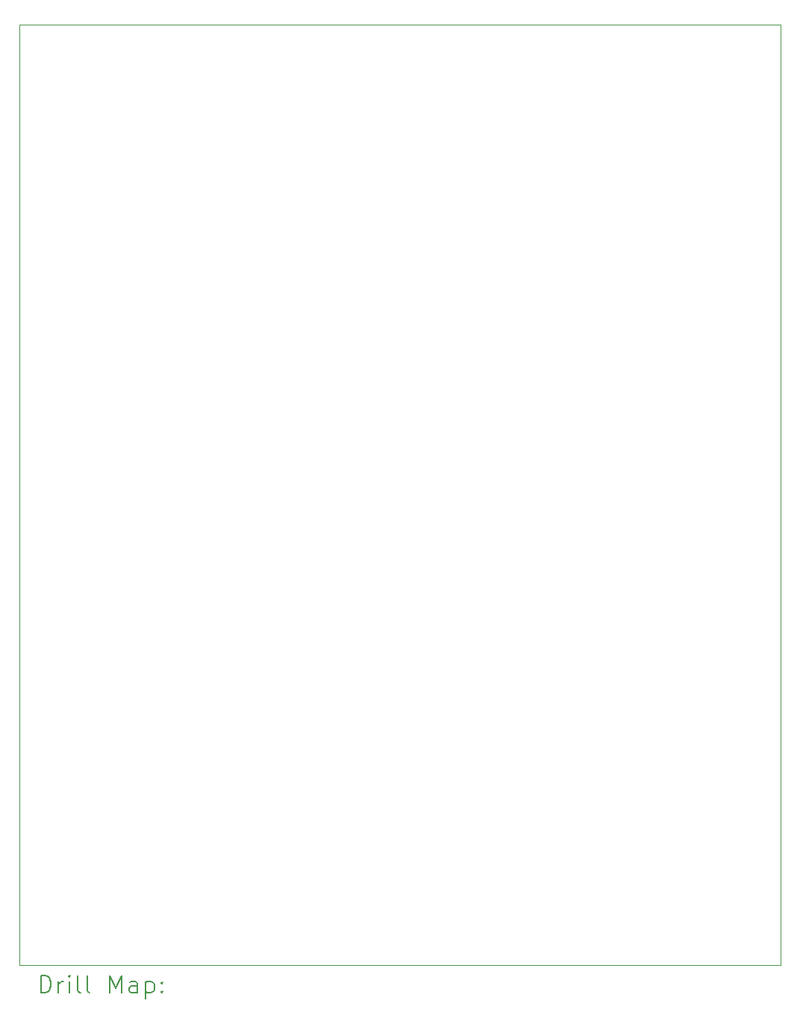
<source format=gbr>
%TF.GenerationSoftware,KiCad,Pcbnew,7.0.2*%
%TF.CreationDate,2023-06-13T20:30:46-05:00*%
%TF.ProjectId,LUCES,4c554345-532e-46b6-9963-61645f706362,rev?*%
%TF.SameCoordinates,Original*%
%TF.FileFunction,Drillmap*%
%TF.FilePolarity,Positive*%
%FSLAX45Y45*%
G04 Gerber Fmt 4.5, Leading zero omitted, Abs format (unit mm)*
G04 Created by KiCad (PCBNEW 7.0.2) date 2023-06-13 20:30:46*
%MOMM*%
%LPD*%
G01*
G04 APERTURE LIST*
%ADD10C,0.100000*%
%ADD11C,0.200000*%
G04 APERTURE END LIST*
D10*
X6350000Y-2540000D02*
X14986000Y-2540000D01*
X14986000Y-13208000D01*
X6350000Y-13208000D01*
X6350000Y-2540000D01*
D11*
X6592619Y-13525524D02*
X6592619Y-13325524D01*
X6592619Y-13325524D02*
X6640238Y-13325524D01*
X6640238Y-13325524D02*
X6668809Y-13335048D01*
X6668809Y-13335048D02*
X6687857Y-13354095D01*
X6687857Y-13354095D02*
X6697381Y-13373143D01*
X6697381Y-13373143D02*
X6706905Y-13411238D01*
X6706905Y-13411238D02*
X6706905Y-13439809D01*
X6706905Y-13439809D02*
X6697381Y-13477905D01*
X6697381Y-13477905D02*
X6687857Y-13496952D01*
X6687857Y-13496952D02*
X6668809Y-13516000D01*
X6668809Y-13516000D02*
X6640238Y-13525524D01*
X6640238Y-13525524D02*
X6592619Y-13525524D01*
X6792619Y-13525524D02*
X6792619Y-13392190D01*
X6792619Y-13430286D02*
X6802143Y-13411238D01*
X6802143Y-13411238D02*
X6811667Y-13401714D01*
X6811667Y-13401714D02*
X6830714Y-13392190D01*
X6830714Y-13392190D02*
X6849762Y-13392190D01*
X6916428Y-13525524D02*
X6916428Y-13392190D01*
X6916428Y-13325524D02*
X6906905Y-13335048D01*
X6906905Y-13335048D02*
X6916428Y-13344571D01*
X6916428Y-13344571D02*
X6925952Y-13335048D01*
X6925952Y-13335048D02*
X6916428Y-13325524D01*
X6916428Y-13325524D02*
X6916428Y-13344571D01*
X7040238Y-13525524D02*
X7021190Y-13516000D01*
X7021190Y-13516000D02*
X7011667Y-13496952D01*
X7011667Y-13496952D02*
X7011667Y-13325524D01*
X7145000Y-13525524D02*
X7125952Y-13516000D01*
X7125952Y-13516000D02*
X7116428Y-13496952D01*
X7116428Y-13496952D02*
X7116428Y-13325524D01*
X7373571Y-13525524D02*
X7373571Y-13325524D01*
X7373571Y-13325524D02*
X7440238Y-13468381D01*
X7440238Y-13468381D02*
X7506905Y-13325524D01*
X7506905Y-13325524D02*
X7506905Y-13525524D01*
X7687857Y-13525524D02*
X7687857Y-13420762D01*
X7687857Y-13420762D02*
X7678333Y-13401714D01*
X7678333Y-13401714D02*
X7659286Y-13392190D01*
X7659286Y-13392190D02*
X7621190Y-13392190D01*
X7621190Y-13392190D02*
X7602143Y-13401714D01*
X7687857Y-13516000D02*
X7668809Y-13525524D01*
X7668809Y-13525524D02*
X7621190Y-13525524D01*
X7621190Y-13525524D02*
X7602143Y-13516000D01*
X7602143Y-13516000D02*
X7592619Y-13496952D01*
X7592619Y-13496952D02*
X7592619Y-13477905D01*
X7592619Y-13477905D02*
X7602143Y-13458857D01*
X7602143Y-13458857D02*
X7621190Y-13449333D01*
X7621190Y-13449333D02*
X7668809Y-13449333D01*
X7668809Y-13449333D02*
X7687857Y-13439809D01*
X7783095Y-13392190D02*
X7783095Y-13592190D01*
X7783095Y-13401714D02*
X7802143Y-13392190D01*
X7802143Y-13392190D02*
X7840238Y-13392190D01*
X7840238Y-13392190D02*
X7859286Y-13401714D01*
X7859286Y-13401714D02*
X7868809Y-13411238D01*
X7868809Y-13411238D02*
X7878333Y-13430286D01*
X7878333Y-13430286D02*
X7878333Y-13487428D01*
X7878333Y-13487428D02*
X7868809Y-13506476D01*
X7868809Y-13506476D02*
X7859286Y-13516000D01*
X7859286Y-13516000D02*
X7840238Y-13525524D01*
X7840238Y-13525524D02*
X7802143Y-13525524D01*
X7802143Y-13525524D02*
X7783095Y-13516000D01*
X7964048Y-13506476D02*
X7973571Y-13516000D01*
X7973571Y-13516000D02*
X7964048Y-13525524D01*
X7964048Y-13525524D02*
X7954524Y-13516000D01*
X7954524Y-13516000D02*
X7964048Y-13506476D01*
X7964048Y-13506476D02*
X7964048Y-13525524D01*
X7964048Y-13401714D02*
X7973571Y-13411238D01*
X7973571Y-13411238D02*
X7964048Y-13420762D01*
X7964048Y-13420762D02*
X7954524Y-13411238D01*
X7954524Y-13411238D02*
X7964048Y-13401714D01*
X7964048Y-13401714D02*
X7964048Y-13420762D01*
M02*

</source>
